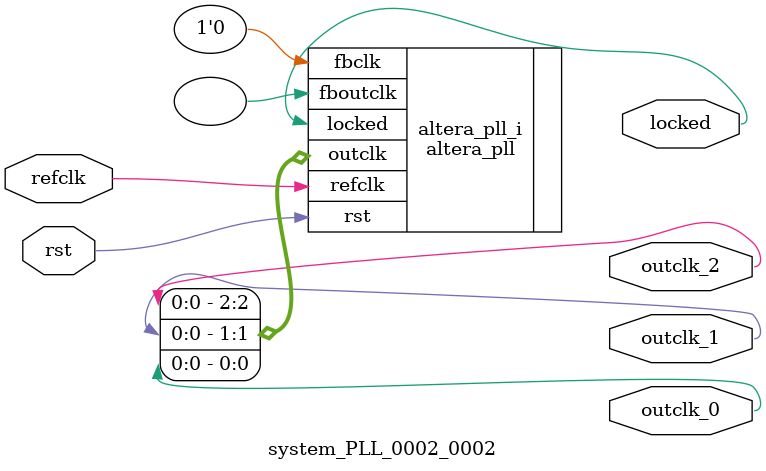
<source format=v>
`timescale 1ns/10ps
module  system_PLL_0002_0002(

	// interface 'refclk'
	input wire refclk,

	// interface 'reset'
	input wire rst,

	// interface 'outclk0'
	output wire outclk_0,

	// interface 'outclk1'
	output wire outclk_1,

	// interface 'outclk2'
	output wire outclk_2,

	// interface 'locked'
	output wire locked
);

	altera_pll #(
		.fractional_vco_multiplier("false"),
		.reference_clock_frequency("50.0 MHz"),
		.operation_mode("direct"),
		.number_of_clocks(3),
		.output_clock_frequency0("200.000000 MHz"),
		.phase_shift0("0 ps"),
		.duty_cycle0(50),
		.output_clock_frequency1("150.000000 MHz"),
		.phase_shift1("0 ps"),
		.duty_cycle1(50),
		.output_clock_frequency2("66.666666 MHz"),
		.phase_shift2("0 ps"),
		.duty_cycle2(50),
		.output_clock_frequency3("0 MHz"),
		.phase_shift3("0 ps"),
		.duty_cycle3(50),
		.output_clock_frequency4("0 MHz"),
		.phase_shift4("0 ps"),
		.duty_cycle4(50),
		.output_clock_frequency5("0 MHz"),
		.phase_shift5("0 ps"),
		.duty_cycle5(50),
		.output_clock_frequency6("0 MHz"),
		.phase_shift6("0 ps"),
		.duty_cycle6(50),
		.output_clock_frequency7("0 MHz"),
		.phase_shift7("0 ps"),
		.duty_cycle7(50),
		.output_clock_frequency8("0 MHz"),
		.phase_shift8("0 ps"),
		.duty_cycle8(50),
		.output_clock_frequency9("0 MHz"),
		.phase_shift9("0 ps"),
		.duty_cycle9(50),
		.output_clock_frequency10("0 MHz"),
		.phase_shift10("0 ps"),
		.duty_cycle10(50),
		.output_clock_frequency11("0 MHz"),
		.phase_shift11("0 ps"),
		.duty_cycle11(50),
		.output_clock_frequency12("0 MHz"),
		.phase_shift12("0 ps"),
		.duty_cycle12(50),
		.output_clock_frequency13("0 MHz"),
		.phase_shift13("0 ps"),
		.duty_cycle13(50),
		.output_clock_frequency14("0 MHz"),
		.phase_shift14("0 ps"),
		.duty_cycle14(50),
		.output_clock_frequency15("0 MHz"),
		.phase_shift15("0 ps"),
		.duty_cycle15(50),
		.output_clock_frequency16("0 MHz"),
		.phase_shift16("0 ps"),
		.duty_cycle16(50),
		.output_clock_frequency17("0 MHz"),
		.phase_shift17("0 ps"),
		.duty_cycle17(50),
		.pll_type("General"),
		.pll_subtype("General")
	) altera_pll_i (
		.rst	(rst),
		.outclk	({outclk_2, outclk_1, outclk_0}),
		.locked	(locked),
		.fboutclk	( ),
		.fbclk	(1'b0),
		.refclk	(refclk)
	);
endmodule


</source>
